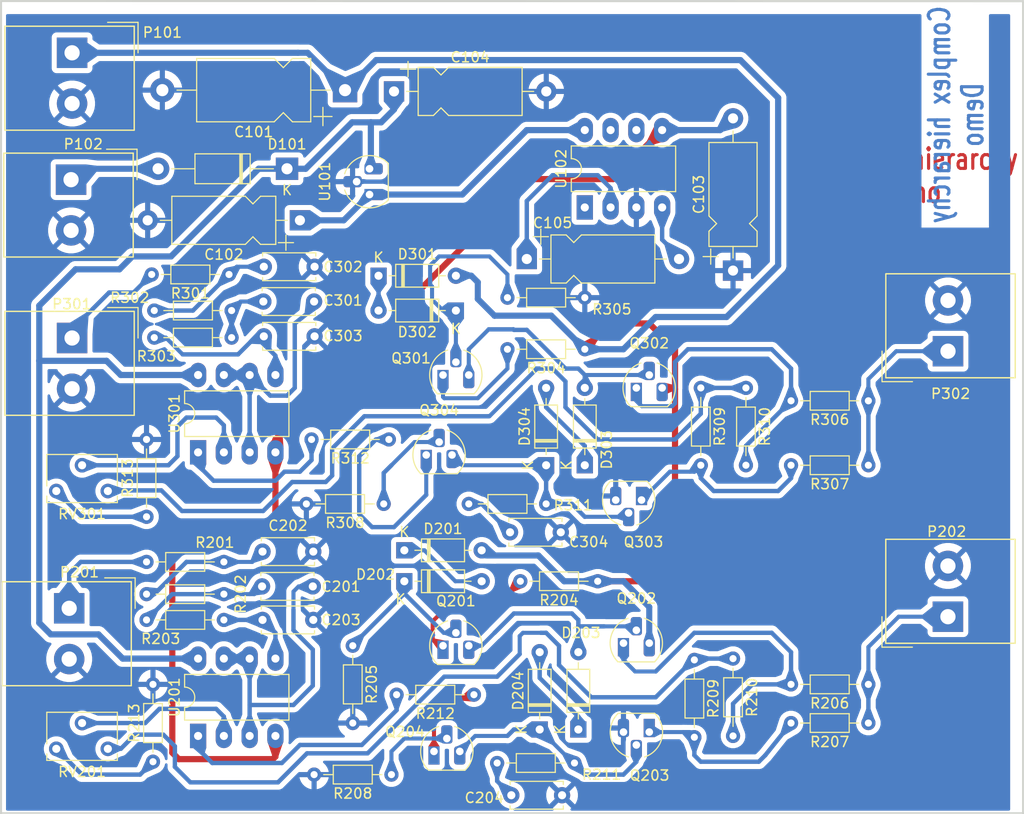
<source format=kicad_pcb>
(kicad_pcb (version 20241229) (generator "pcbnew") (generator_version "9.0")
  (title_block (title "Actionneur_piezo") (company "Kicad devs") (comment 1 "Demo"))
  (layers (0 "F.Cu" power "top_copper") (2 "B.Cu" signal "bottom_copper") (13 "F.Paste" user) (15 "B.Paste" user) (5 "F.SilkS" user "F.Silkscreen") (7 "B.SilkS" user "B.Silkscreen") (1 "F.Mask" user) (3 "B.Mask" user) (25 "Edge.Cuts" user))
  (net 0 "")
  (net 1 "-VAA")
  (net 2 "/12Vext")
  (net 3 "/ampli_ht_horizontal/PIEZO_IN")
  (net 4 "/ampli_ht_horizontal/PIEZO_OUT")
  (net 5 "/ampli_ht_horizontal/S_OUT+")
  (net 6 "/ampli_ht_horizontal/Vpil_0_3,3V")
  (net 7 "/ampli_ht_vertical/PIEZO_IN")
  (net 8 "/ampli_ht_vertical/PIEZO_OUT")
  (net 9 "/ampli_ht_vertical/S_OUT+")
  (net 10 "/ampli_ht_vertical/Vpil_0_3,3V")
  (net 11 "GND")
  (net 12 "HT")
  (net 13 "Net-(U102-CAP+)")
  (net 14 "Net-(U102-CAP-)")
  (net 15 "Net-(C201-Pad2)")
  (net 16 "Net-(C202-Pad1)")
  (net 17 "Net-(U201B-+)")
  (net 18 "Net-(C204-Pad1)")
  (net 19 "Net-(C301-Pad2)")
  (net 20 "Net-(C302-Pad1)")
  (net 21 "Net-(U301B-+)")
  (net 22 "Net-(C304-Pad1)")
  (net 23 "Net-(D201-K)")
  (net 24 "Net-(D202-K)")
  (net 25 "Net-(D203-K)")
  (net 26 "Net-(D203-A)")
  (net 27 "Net-(D204-K)")
  (net 28 "Net-(D301-K)")
  (net 29 "Net-(D302-K)")
  (net 30 "Net-(D303-A)")
  (net 31 "Net-(D303-K)")
  (net 32 "Net-(D304-K)")
  (net 33 "VCC")
  (net 34 "Net-(Q201-E)")
  (net 35 "Net-(Q202-E)")
  (net 36 "Net-(Q203-E)")
  (net 37 "Net-(Q204-E)")
  (net 38 "Net-(Q204-B)")
  (net 39 "Net-(Q301-E)")
  (net 40 "+12V")
  (net 41 "Net-(Q302-E)")
  (net 42 "Net-(Q303-E)")
  (net 43 "Net-(Q304-B)")
  (net 44 "Net-(Q304-E)")
  (net 45 "Net-(R212-Pad2)")
  (net 46 "Net-(R213-Pad1)")
  (net 47 "Net-(R312-Pad2)")
  (net 48 "Net-(R313-Pad1)")
  (net 49 "Net-(U201A--)")
  (net 50 "Net-(U301A--)")
  (footprint "complex_hierarchy:CP_Axial_L10.0mm_D4.5mm_P15.00mm_Horizontal" (layer "F.Cu") (at 126.619 60.706)
    (property "Reference" "C104")
    (property "Value" "47uF/20V")
  )
  (footprint "complex_hierarchy:CP_Axial_L11.0mm_D6.0mm_P18.00mm_Horizontal" (layer "F.Cu") (at 121.793 60.579 180)
    (property "Reference" "C101")
    (property "Value" "47uF/63V")
  )
  (footprint "complex_hierarchy:CP_Axial_L10.0mm_D4.5mm_P15.00mm_Horizontal" (layer "F.Cu") (at 139.7 77.216)
    (property "Reference" "C105")
    (property "Value" "10uF")
  )
  (footprint "complex_hierarchy:CP_Axial_L10.0mm_D4.5mm_P15.00mm_Horizontal" (layer "F.Cu") (at 160.02 78.359 90)
    (property "Reference" "C103")
    (property "Value" "10uF")
  )
  (footprint "complex_hierarchy:TO-92_HandSolder" (layer "F.Cu") (at 131.445 115.316)
    (property "Reference" "Q201")
    (property "Value" "MPSA92")
  )
  (footprint "complex_hierarchy:TO-92_HandSolder" (layer "F.Cu") (at 151.765 123.825 180)
    (property "Reference" "Q203")
    (property "Value" "MPSA92")
  )
  (footprint "complex_hierarchy:TO-92_HandSolder" (layer "F.Cu") (at 131.445 88.646)
    (property "Reference" "Q301")
    (property "Value" "MPSA92")
  )
  (footprint "complex_hierarchy:TO-92_HandSolder" (layer "F.Cu") (at 150.495 89.916)
    (property "Reference" "Q302")
    (property "Value" "MPSA42")
  )
  (footprint "complex_hierarchy:TO-92_HandSolder" (layer "F.Cu") (at 151.003 100.965 180)
    (property "Reference" "Q303")
    (property "Value" "MPSA92")
  )
  (footprint "complex_hierarchy:TO-92_HandSolder" (layer "F.Cu") (at 129.794 96.52)
    (property "Reference" "Q304")
    (property "Value" "MPSA42")
  )
  (footprint "complex_hierarchy:Potentiometer_Bourns_3266W_Vertical" (layer "F.Cu") (at 93.345 125.476 180)
    (property "Reference" "RV201")
    (property "Value" "4,7K")
  )
  (footprint "complex_hierarchy:Potentiometer_Bourns_3266W_Vertical" (layer "F.Cu") (at 93.345 100.076 180)
    (property "Reference" "RV301")
    (property "Value" "4,7K")
  )
  (footprint "complex_hierarchy:TO-92_HandSolder" (layer "F.Cu") (at 124.206 70.866 90)
    (property "Reference" "U101")
    (property "Value" "78L05")
  )
  (footprint "complex_hierarchy:R_Axial_DIN0204_L3.6mm_D1.6mm_P7.62mm_Horizontal" (layer "F.Cu") (at 126.111 94.996 180)
    (property "Reference" "R312")
    (property "Value" "1K")
  )
  (footprint "complex_hierarchy:R_Axial_DIN0204_L3.6mm_D1.6mm_P7.62mm_Horizontal" (layer "F.Cu") (at 109.855 110.236 180)
    (property "Reference" "R202")
    (property "Value" "22K")
  )
  (footprint "complex_hierarchy:R_Axial_DIN0204_L3.6mm_D1.6mm_P7.62mm_Horizontal" (layer "F.Cu") (at 125.603 101.346 180)
    (property "Reference" "R308")
    (property "Value" "1K")
  )
  (footprint "complex_hierarchy:R_Axial_DIN0204_L3.6mm_D1.6mm_P7.62mm_Horizontal" (layer "F.Cu") (at 110.617 82.296 180)
    (property "Reference" "R302")
    (property "Value" "22K")
  )
  (footprint "complex_hierarchy:R_Axial_DIN0204_L3.6mm_D1.6mm_P7.62mm_Horizontal" (layer "F.Cu") (at 173.355 91.186 180)
    (property "Reference" "R306")
    (property "Value" "47")
  )
  (footprint "complex_hierarchy:R_Axial_DIN0204_L3.6mm_D1.6mm_P7.62mm_Horizontal" (layer "F.Cu") (at 137.795 81.026)
    (property "Reference" "R305")
    (property "Value" "220K")
  )
  (footprint "complex_hierarchy:R_Axial_DIN0204_L3.6mm_D1.6mm_P7.62mm_Horizontal" (layer "F.Cu") (at 145.415 86.106 180)
    (property "Reference" "R304")
    (property "Value" "470")
  )
  (footprint "complex_hierarchy:R_Axial_DIN0204_L3.6mm_D1.6mm_P7.62mm_Horizontal" (layer "F.Cu") (at 156.21 116.713 -90)
    (property "Reference" "R209")
    (property "Value" "220K")
  )
  (footprint "complex_hierarchy:R_Axial_DIN0204_L3.6mm_D1.6mm_P7.62mm_Horizontal" (layer "F.Cu") (at 102.87 126.746 90)
    (property "Reference" "R213")
    (property "Value" "4,7K")
  )
  (footprint "complex_hierarchy:R_Axial_DIN0204_L3.6mm_D1.6mm_P7.62mm_Horizontal" (layer "F.Cu") (at 144.399 126.873 180)
    (property "Reference" "R211")
    (property "Value" "5,6K")
  )
  (footprint "complex_hierarchy:R_Axial_DIN0204_L3.6mm_D1.6mm_P7.62mm_Horizontal" (layer "F.Cu") (at 134.493 120.142 180)
    (property "Reference" "R212")
    (property "Value" "1K")
  )
  (footprint "complex_hierarchy:R_Axial_DIN0204_L3.6mm_D1.6mm_P7.62mm_Horizontal" (layer "F.Cu") (at 126.365 128.016 180)
    (property "Reference" "R208")
    (property "Value" "1K")
  )
  (footprint "complex_hierarchy:R_Axial_DIN0204_L3.6mm_D1.6mm_P7.62mm_Horizontal" (layer "F.Cu") (at 109.855 112.776 180)
    (property "Reference" "R203")
    (property "Value" "22K")
  )
  (footprint "complex_hierarchy:R_Axial_DIN0204_L3.6mm_D1.6mm_P7.62mm_Horizontal" (layer "F.Cu") (at 102.997 84.963)
    (property "Reference" "R303")
    (property "Value" "22K")
  )
  (footprint "complex_hierarchy:R_Axial_DIN0204_L3.6mm_D1.6mm_P7.62mm_Horizontal" (layer "F.Cu") (at 102.235 102.616 90)
    (property "Reference" "R313")
    (property "Value" "4,7K")
  )
  (footprint "complex_hierarchy:R_Axial_DIN0204_L3.6mm_D1.6mm_P7.62mm_Horizontal" (layer "F.Cu") (at 146.685 108.966 180)
    (property "Reference" "R204")
    (property "Value" "470")
  )
  (footprint "complex_hierarchy:R_Axial_DIN0204_L3.6mm_D1.6mm_P7.62mm_Horizontal" (layer "F.Cu") (at 122.555 115.316 -90)
    (property "Reference" "R205")
    (property "Value" "220K")
  )
  (footprint "complex_hierarchy:R_Axial_DIN0204_L3.6mm_D1.6mm_P7.62mm_Horizontal" (layer "F.Cu") (at 173.355 119.126 180)
    (property "Reference" "R206")
    (property "Value" "47")
  )
  (footprint "complex_hierarchy:R_Axial_DIN0204_L3.6mm_D1.6mm_P7.62mm_Horizontal" (layer "F.Cu") (at 161.29 89.916 -90)
    (property "Reference" "R310")
    (property "Value" "220K")
  )
  (footprint "complex_hierarchy:R_Axial_DIN0204_L3.6mm_D1.6mm_P7.62mm_Horizontal" (layer "F.Cu") (at 173.355 97.536 180)
    (property "Reference" "R307")
    (property "Value" "47")
  )
  (footprint "complex_hierarchy:R_Axial_DIN0204_L3.6mm_D1.6mm_P7.62mm_Horizontal" (layer "F.Cu") (at 160.02 116.586 -90)
    (property "Reference" "R210")
    (property "Value" "220K")
  )
  (footprint "complex_hierarchy:R_Axial_DIN0204_L3.6mm_D1.6mm_P7.62mm_Horizontal" (layer "F.Cu") (at 173.355 122.936 180)
    (property "Reference" "R207")
    (property "Value" "47")
  )
  (footprint "complex_hierarchy:R_Axial_DIN0204_L3.6mm_D1.6mm_P7.62mm_Horizontal" (layer "F.Cu") (at 110.363 78.74 180)
    (property "Reference" "R301")
    (property "Value" "1K")
  )
  (footprint "complex_hierarchy:R_Axial_DIN0204_L3.6mm_D1.6mm_P7.62mm_Horizontal" (layer "F.Cu") (at 109.855 107.061 180)
    (property "Reference" "R201")
    (property "Value" "1K")
  )
  (footprint "complex_hierarchy:R_Axial_DIN0204_L3.6mm_D1.6mm_P7.62mm_Horizontal" (layer "F.Cu") (at 156.845 89.916 -90)
    (property "Reference" "R309")
    (property "Value" "220K")
  )
  (footprint "complex_hierarchy:R_Axial_DIN0204_L3.6mm_D1.6mm_P7.62mm_Horizontal" (layer "F.Cu") (at 141.605 101.346 180)
    (property "Reference" "R311")
    (property "Value" "5,6K")
  )
  (footprint "complex_hierarchy:DIP-8_W7.62mm_LongPads" (layer "F.Cu") (at 107.315 96.266 90)
    (property "Reference" "U301")
    (property "Value" "LM358N")
  )
  (footprint "complex_hierarchy:DIP-8_W7.62mm_LongPads" (layer "F.Cu") (at 145.415 72.136 90)
    (property "Reference" "U102")
    (property "Value" "ICL7660")
  )
  (footprint "complex_hierarchy:DIP-8_W7.62mm_LongPads" (layer "F.Cu") (at 107.315 124.206 90)
    (property "Reference" "U201")
    (property "Value" "LM358N")
  )
  (footprint "complex_hierarchy:C_Disc_D5.0mm_W2.5mm_P5.00mm" (layer "F.Cu") (at 138.049 104.14)
    (property "Reference" "C304")
    (property "Value" "820pF")
  )
  (footprint "complex_hierarchy:C_Disc_D5.0mm_W2.5mm_P5.00mm" (layer "F.Cu") (at 113.792 84.836)
    (property "Reference" "C303")
    (property "Value" "4.7nF")
  )
  (footprint "complex_hierarchy:C_Disc_D5.0mm_W2.5mm_P5.00mm" (layer "F.Cu") (at 118.745 81.407 180)
    (property "Reference" "C301")
    (property "Value" "15nF")
  )
  (footprint "complex_hierarchy:C_Disc_D5.0mm_W2.5mm_P5.00mm" (layer "F.Cu") (at 138.176 130.048)
    (property "Reference" "C204")
    (property "Value" "820pF")
  )
  (footprint "complex_hierarchy:C_Disc_D5.0mm_W2.5mm_P5.00mm" (layer "F.Cu") (at 113.665 106.045)
    (property "Reference" "C202")
    (property "Value" "150nF")
  )
  (footprint "complex_hierarchy:C_Disc_D5.0mm_W2.5mm_P5.00mm" (layer "F.Cu") (at 113.792 77.978)
    (property "Reference" "C302")
    (property "Value" "150nF")
  )
  (footprint "complex_hierarchy:C_Disc_D5.0mm_W2.5mm_P5.00mm" (layer "F.Cu") (at 113.665 112.776)
    (property "Reference" "C203")
    (property "Value" "4.7nF")
  )
  (footprint "complex_hierarchy:C_Disc_D5.0mm_W2.5mm_P5.00mm" (layer "F.Cu") (at 118.618 109.474 180)
    (property "Reference" "C201")
    (property "Value" "15nF")
  )
  (footprint "complex_hierarchy:D_DO-41_SOD81_P12.70mm_Horizontal" (layer "F.Cu") (at 116.078 68.326 180)
    (property "Reference" "D101")
    (property "Value" "1N4007")
  )
  (footprint "complex_hierarchy:D_DO-35_SOD27_P7.62mm_Horizontal" (layer "F.Cu") (at 125.095 78.867)
    (property "Reference" "D301")
    (property "Value" "1N4148")
  )
  (footprint "complex_hierarchy:D_DO-35_SOD27_P7.62mm_Horizontal" (layer "F.Cu") (at 144.78 123.571 90)
    (property "Reference" "D203")
    (property "Value" "1N4148")
  )
  (footprint "complex_hierarchy:D_DO-35_SOD27_P7.62mm_Horizontal" (layer "F.Cu") (at 127.635 105.918)
    (property "Reference" "D201")
    (property "Value" "1N4148")
  )
  (footprint "complex_hierarchy:D_DO-35_SOD27_P7.62mm_Horizontal" (layer "F.Cu") (at 127.635 108.966)
    (property "Reference" "D202")
    (property "Value" "1N4148")
  )
  (footprint "complex_hierarchy:D_DO-35_SOD27_P7.62mm_Horizontal" (layer "F.Cu") (at 141.605 97.536 90)
    (property "Reference" "D304")
    (property "Value" "1N4148")
  )
  (footprint "complex_hierarchy:D_DO-35_SOD27_P7.62mm_Horizontal" (layer "F.Cu") (at 132.715 82.296 180)
    (property "Reference" "D302")
    (property "Value" "1N4148")
  )
  (footprint "complex_hierarchy:D_DO-35_SOD27_P7.62mm_Horizontal" (layer "F.Cu") (at 140.97 123.571 90)
    (property "Reference" "D204")
    (property "Value" "1N4148")
  )
  (footprint "complex_hierarchy:D_DO-35_SOD27_P7.62mm_Horizontal" (layer "F.Cu") (at 145.415 97.536 90)
    (property "Reference" "D303")
    (property "Value" "1N4148")
  )
  (footprint "complex_hierarchy:Altech_AK300_1x02_P5.00mm_45-Degree" (layer "F.Cu") (at 94.9 56.9 -90)
    (property "Reference" "P101")
    (property "Value" "CONN_2")
  )
  (footprint "complex_hierarchy:Altech_AK300_1x02_P5.00mm_45-Degree" (layer "F.Cu") (at 94.8 69.4 -90)
    (property "Reference" "P102")
    (property "Value" "CONN_2")
  )
  (footprint "complex_hierarchy:Altech_AK300_1x02_P5.00mm_45-Degree" (layer "F.Cu") (at 94.615 111.633 -90)
    (property "Reference" "P201")
    (property "Value" "CONN_2")
  )
  (footprint "complex_hierarchy:Altech_AK300_1x02_P5.00mm_45-Degree" (layer "F.Cu") (at 181.1925 112.4575 90)
    (property "Reference" "P202")
    (property "Value" "CONN_2")
  )
  (footprint "complex_hierarchy:Altech_AK300_1x02_P5.00mm_45-Degree" (layer "F.Cu") (at 94.9 85 -90)
    (property "Reference" "P301")
    (property "Value" "CONN_2")
  )
  (footprint "complex_hierarchy:Altech_AK300_1x02_P5.00mm_45-Degree" (layer "F.Cu") (at 181.2 86.3 90)
    (property "Reference" "P302")
    (property "Value" "CONN_2")
  )
  (footprint "complex_hierarchy:TO-92_HandSolder" (layer "F.Cu") (at 149.225 115.062)
    (property "Reference" "Q202")
    (property "Value" "MPSA42")
  )
  (footprint "complex_hierarchy:TO-92_HandSolder" (layer "F.Cu") (at 130.556 125.73)
    (property "Reference" "Q204")
    (property "Value" "MPSA42")
  )
  (footprint "complex_hierarchy:CP_Axial_L10.0mm_D4.5mm_P15.00mm_Horizontal" (layer "F.Cu") (at 117.348 73.406 180)
    (property "Reference" "C102")
    (property "Value" "47uF")
  )
  (gr_line (start 87.9 131.826) (end 87.9 51.8) (stroke (width 0.2032)) (layer "Edge.Cuts"))
  (gr_line (start 188.595 131.826) (end 87.9 131.826) (stroke (width 0.2032)) (layer "Edge.Cuts"))
  (gr_line (start 87.9 51.8) (end 188.595 51.816) (stroke (width 0.2032)) (layer "Edge.Cuts"))
  (gr_line (start 188.595 51.816) (end 188.595 131.826) (stroke (width 0.2032)) (layer "Edge.Cuts"))
  (gr_text "Complex hierarchy\nDemo" (at 177.4 69 0) (layer "F.Cu") (effects (font (size 2.032 1.524) (thickness 0.3048))))
  (gr_text "Complex hierarchy\nDemo" (at 182 63 90) (layer "B.Cu") (effects (font (size 2.032 1.524) (thickness 0.3048)) (justify mirror)))
  (segment (start 107.061 104.521) (end 104.775 106.807) (width 0.6096) (layer "F.Cu") (net 1))
  (segment (start 105.41 126.492) (end 114.681 126.492) (width 0.6096) (layer "F.Cu") (net 1))
  (segment (start 104.775 106.807) (end 104.775 125.857) (width 0.6096) (layer "F.Cu") (net 1))
  (segment (start 128.905 86.614) (end 128.905 80.518) (width 0.6096) (layer "F.Cu") (net 1))
  (segment (start 140.081 69.342) (end 148.209 69.342) (width 0.6096) (layer "F.Cu") (net 1))
  (segment (start 148.209 69.342) (end 153.035 64.516) (width 0.6096) (layer "F.Cu") (net 1))
  (segment (start 128.905 80.518) (end 140.081 69.342) (width 0.6096) (layer "F.Cu") (net 1))
  (segment (start 114.935 102.108) (end 114.935 102.362) (width 0.6096) (layer "F.Cu") (net 1))
  (segment (start 114.935 96.266) (end 114.935 94.996) (width 0.6096) (layer "F.Cu") (net 1))
  (segment (start 114.935 94.996) (end 121.031 88.9) (width 0.6096) (layer "F.Cu") (net 1))
  (segment (start 114.935 126.238) (end 114.935 124.206) (width 0.6096) (layer "F.Cu") (net 1))
  (segment (start 114.935 102.362) (end 112.776 104.521) (width 0.6096) (layer "F.Cu") (net 1))
  (segment (start 105.41 126.492) (end 104.775 125.857) (width 0.6096) (layer "F.Cu") (net 1))
  (segment (start 121.031 88.9) (end 126.619 88.9) (width 0.6) (layer "F.Cu") (net 1))
  (segment (start 112.776 104.521) (end 107.061 104.521) (width 0.6096) (layer "F.Cu") (net 1))
  (segment (start 114.681 126.492) (end 114.935 126.238) (width 0.6096) (layer "F.Cu") (net 1))
  (segment (start 126.619 88.9) (end 128.905 86.614) (width 0.6096) (layer "F.Cu") (net 1))
  (segment (start 114.935 96.266) (end 114.935 102.108) (width 0.6096) (layer "F.Cu") (net 1))
  (segment (start 153.035 64.516) (end 158.75 64.516) (width 0.6096) (layer "B.Cu") (net 1))
  (segment (start 158.75 64.516) (end 160.02 63.246) (width 0.6096) (layer "B.Cu") (net 1))
  (segment (start 103.378 68.326) (end 95.874 68.326) (width 0.6) (layer "B.Cu") (net 2))
  (segment (start 95.874 68.326) (end 94.8 69.4) (width 0.6) (layer "B.Cu") (net 2))
  (segment (start 98.552 80.518) (end 100.965 80.518) (width 0.4318) (layer "B.Cu") (net 3))
  (segment (start 95.885 83.185) (end 98.552 80.518) (width 0.4318) (layer "B.Cu") (net 3))
  (segment (start 95.885 84.836) (end 95.885 83.185) (width 0.4318) (layer "B.Cu") (net 3))
  (segment (start 100.965 80.518) (end 102.743 78.74) (width 0.4318) (layer "B.Cu") (net 3))
  (segment (start 173.355 89.045) (end 173.355 91.186) (width 0.4) (layer "B.Cu") (net 4))
  (segment (start 173.355 97.536) (end 173.355 91.186) (width 0.4318) (layer "B.Cu") (net 4))
  (segment (start 176.1 86.3) (end 173.355 89.045) (width 0.4) (layer "B.Cu") (net 4))
  (segment (start 181.2 86.3) (end 176.1 86.3) (width 0.4) (layer "B.Cu") (net 4))
  (segment (start 116.586 99.187) (end 119.888 99.187) (width 0.4318) (layer "B.Cu") (net 5))
  (segment (start 156.845 89.916) (end 156.845 92.456) (width 0.4318) (layer "B.Cu") (net 5))
  (segment (start 143.51 91.821) (end 146.685 94.996) (width 0.4318) (layer "B.Cu") (net 5))
  (segment (start 140.589 88.011) (end 142.24 88.011) (width 0.4318) (layer "B.Cu") (net 5))
  (segment (start 98.48596 100.01504) (end 103.69804 100.01504) (width 0.4318) (layer "B.Cu") (net 5))
  (segment (start 113.7285 102.0445) (end 116.586 99.187) (width 0.4318) (layer "B.Cu") (net 5))
  (segment (start 123.698 92.71) (end 120.523 95.885) (width 0.4318) (layer "B.Cu") (net 5))
  (segment (start 105.7275 102.0445) (end 113.7285 102.0445) (width 0.4318) (layer "B.Cu") (net 5))
  (segment (start 142.24 88.011) (end 143.51 89.281) (width 0.4318) (layer "B.Cu") (net 5))
  (segment (start 135.89 92.71) (end 123.698 92.71) (width 0.4318) (layer "B.Cu") (net 5))
  (segment (start 154.305 94.996) (end 146.685 94.996) (width 0.4318) (layer "B.Cu") (net 5))
  (segment (start 143.51 89.281) (end 143.51 91.821) (width 0.4318) (layer "B.Cu") (net 5))
  (segment (start 135.89 92.71) (end 136.017 92.71) (width 0.4) (layer "B.Cu") (net 5))
  (segment (start 120.523 95.885) (end 120.523 98.552) (width 0.4318) (layer "B.Cu") (net 5))
  (segment (start 119.888 99.187) (end 120.523 98.552) (width 0.4318) (layer "B.Cu") (net 5))
  (segment (start 105.7275 102.0445) (end 103.69804 100.01504) (width 0.4318) (layer "B.Cu") (net 5))
  (segment (start 140.589 88.138) (end 140.589 88.011) (width 0.4) (layer "B.Cu") (net 5))
  (segment (start 98.425 100.076) (end 98.48596 100.01504) (width 0.4318) (layer "B.Cu") (net 5))
  (segment (start 156.845 89.916) (end 161.29 89.916) (width 0.4318) (layer "B.Cu") (net 5))
  (segment (start 156.845 92.456) (end 154.305 94.996) (width 0.4318) (layer "B.Cu") (net 5))
  (segment (start 136.017 92.71) (end 140.589 88.138) (width 0.4) (layer "B.Cu") (net 5))
  (segment (start 109.855 88.646) (end 112.395 88.646) (width 0.4318) (layer "B.Cu") (net 6))
  (segment (start 114.427 90.678) (end 112.395 88.646) (width 0.4318) (layer "B.Cu") (net 6))
  (segment (start 118.745 82.042) (end 116.84 83.566) (width 0.4318) (layer "B.Cu") (net 6))
  (segment (start 116.078 90.678) (end 114.427 90.678) (width 0.4318) (layer "B.Cu") (net 6))
  (segment (start 116.84 83.566) (end 116.84 89.916) (width 0.4318) (layer "B.Cu") (net 6))
  (segment (start 112.395 88.646) (end 112.395 96.266) (width 0.4318) (layer "B.Cu") (net 6))
  (segment (start 116.84 89.916) (end 116.078 90.678) (width 0.4318) (layer "B.Cu") (net 6))
  (segment (start 118.745 81.407) (end 118.745 82.042) (width 0.4318) (layer "B.Cu") (net 6))
  (segment (start 94.615 108.204) (end 95.758 107.061) (width 0.4318) (layer "B.Cu") (net 7))
  (segment (start 94.615 111.506) (end 94.615 108.204) (width 0.4318) (layer "B.Cu") (net 7))
  (segment (start 95.758 107.061) (end 102.235 107.061) (width 0.4318) (layer "B.Cu") (net 7))
  (segment (start 173.355 122.936) (end 173.355 119.126) (width 0.4318) (layer "B.Cu") (net 8))
  (segment (start 173.355 115.445) (end 173.355 119.126) (width 0.4) (layer "B.Cu") (net 8))
  (segment (start 181.1925 112.4575) (end 176.3425 112.4575) (width 0.4) (layer "B.Cu") (net 8))
  (segment (start 176.3425 112.4575) (end 173.355 115.445) (width 0.4) (layer "B.Cu") (net 8))
  (segment (start 146.05 120.396) (end 152.4 120.396) (width 0.4318) (layer "B.Cu") (net 9))
  (segment (start 139.319 114.046) (end 139.0015 114.3635) (width 0.4) (layer "B.Cu") (net 9))
  (segment (start 142.875 115.316) (end 142.875 117.221) (width 0.4318) (layer "B.Cu") (net 9))
  (segment (start 152.4 120.396) (end 156.21 116.586) (width 0.4318) (layer "B.Cu") (net 9))
  (segment (start 105.029 127.254) (end 106.553 128.778) (width 0.4318) (layer "B.Cu") (net 9))
  (segment (start 141.097 114.046) (end 141.605 114.046) (width 0.4318) (layer "B.Cu") (net 9))
  (segment (start 98.425 125.476) (end 99.695 125.476) (width 0.4318) (layer "B.Cu") (net 9))
  (segment (start 156.21 116.586) (end 160.02 116.586) (width 0.4318) (layer "B.Cu") (net 9))
  (segment (start 118.0465 125.9205) (end 124.0155 125.9205) (width 0.4318) (layer "B.Cu") (net 9))
  (segment (start 141.605 114.046) (end 142.875 115.316) (width 0.4318) (layer "B.Cu") (net 9))
  (segment (start 142.875 117.221) (end 146.05 120.396) (width 0.4318) (layer "B.Cu") (net 9))
  (segment (start 101.092 124.079) (end 103.886 124.079) (width 0.4318) (layer "B.Cu") (net 9))
  (segment (start 141.097 114.046) (end 139.319 114.046) (width 0.4) (layer "B.Cu") (net 9))
  (segment (start 124.0155 125.9205) (end 131.572 118.364) (width 0.4318) (layer "B.Cu") (net 9))
  (segment (start 139.0015 114.3635) (end 139.0015 116.1415) (width 0.4) (layer "B.Cu") (net 9))
  (segment (start 136.779 118.364) (end 139.0015 116.1415) (width 0.4318) (layer "B.Cu") (net 9))
  (segment (start 99.695 125.476) (end 101.092 124.079) (width 0.4318) (layer "B.Cu") (net 9))
  (segment (start 105.029 125.222) (end 105.029 127.254) (width 0.4318) (layer "B.Cu") (net 9))
  (segment (start 115.189 128.778) (end 118.0465 125.9205) (width 0.4318) (layer "B.Cu") (net 9))
  (segment (start 131.572 118.364) (end 136.779 118.364) (width 0.4318) (layer "B.Cu") (net 9))
  (segment (start 103.886 124.079) (end 105.029 125.222) (width 0.4318) (layer "B.Cu") (net 9))
  (segment (start 106.553 128.778) (end 115.189 128.778) (width 0.4318) (layer "B.Cu") (net 9))
  (segment (start 116.713 111.76) (end 116.713 113.792) (width 0.4318) (layer "B.Cu") (net 10))
  (segment (start 116.713 109.982) (end 117.221 109.474) (width 0.4) (layer "B.Cu") (net 10))
  (segment (start 117.221 109.474) (end 118.618 109.474) (width 0.4) (layer "B.Cu") (net 10))
  (segment (start 112.395 116.586) (end 109.855 116.586) (width 0.4318) (layer "B.Cu") (net 10))
  (segment (start 118.618 119.253) (end 116.713 121.158) (width 0.4318) (layer "B.Cu") (net 10))
  (segment (start 116.713 113.792) (end 118.618 115.697) (width 0.4318) (layer "B.Cu") (net 10))
  (segment (start 112.395 121.158) (end 112.395 116.586) (width 0.4318) (layer "B.Cu") (net 10))
  (segment (start 116.713 121.158) (end 112.395 121.158) (width 0.4318) (layer "B.Cu") (net 10))
  (segment (start 116.713 111.76) (end 116.713 109.982) (width 0.4) (layer "B.Cu") (net 10))
  (segment (start 112.395 124.206) (end 112.395 121.158) (width 0.4318) (layer "B.Cu") (net 10))
  (segment (start 118.618 115.697) (end 118.618 119.253) (width 0.4318) (layer "B.Cu") (net 10))
  (segment (start 154.305 106.426) (end 151.765 108.966) (width 0.6096) (layer "F.Cu") (net 12))
  (segment (start 145.415 86.106) (end 147.955 83.566) (width 0.6096) (layer "F.Cu") (net 12))
  (segment (start 154.178 89.916) (end 154.305 90.043) (width 0.6) (layer "F.Cu") (net 12))
  (segment (start 154.305 86.106) (end 154.305 90.043) (width 0.6096) (layer "F.Cu") (net 12))
  (segment (start 151.765 83.566) (end 154.305 86.106) (width 0.6096) (layer "F.Cu") (net 12))
  (segment (start 147.955 83.566) (end 151.765 83.566) (width 0.6096) (layer "F.Cu") (net 12))
  (segment (start 151.765 108.966) (end 146.685 108.966) (width 0.6096) (layer "F.Cu") (net 12))
  (segment (start 153.035 89.916) (end 154.178 89.916) (width 0.6) (layer "F.Cu") (net 12))
  (segment (start 154.305 90.043) (end 154.305 106.426) (width 0.6096) (layer "F.Cu") (net 12))
  (segment (start 135.763 106.426) (end 135.255 105.918) (width 0.6) (layer "B.Cu") (net 12))
  (segment (start 136.525 82.80146) (end 142.11046 82.80146) (width 0.6096) (layer "B.Cu") (net 12))
  (segment (start 136.52246 82.80146) (end 134.874 81.153) (width 0.6) (layer "B.Cu") (net 12))
  (segment (start 134.874 81.153) (end 134.874 79.502) (width 0.6) (layer "B.Cu") (net 12))
  (segment (start 134.874 79.502) (end 134.239 78.867) (width 0.6) (layer "B.Cu") (net 12))
  (segment (start 134.239 78.867) (end 132.715 78.867) (width 0.6) (layer "B.Cu") (net 12))
  (segment (start 121.89206 60.579) (end 124.8537 57.61736) (width 0.6) (layer "B.Cu") (net 12))
  (segment (start 142.11046 82.80146) (end 145.415 86.106) (width 0.6096) (layer "B.Cu") (net 12))
  (segment (start 143.383 108.966) (end 146.685 108.966) (width 0.6096) (layer "B.Cu") (net 12))
  (segment (start 117.15858 56.9) (end 118.114 56.9) (width 0.6) (layer "B.Cu") (net 12))
  (segment (start 151.765 111.506) (end 149.225 108.966) (width 0.6) (layer "B.Cu") (net 12))
  (segment (start 140.843 106.426) (end 143.383 108.966) (width 0.6096) (layer "B.Cu") (net 12))
  (segment (start 124.8537 57.61736) (end 160.74136 57.61736) (width 0.6096) (layer "B.Cu") (net 12))
  (segment (start 160.74136 57.61736) (end 164.465 61.341) (width 0.6096) (layer "B.Cu") (net 12))
  (segment (start 149.225 108.966) (end 146.685 108.966) (width 0.6) (layer "B.Cu") (net 12))
  (segment (start 152.4 82.931) (end 149.225 86.106) (width 0.6096) (layer "B.Cu") (net 12))
  (segment (start 159.385 82.931) (end 152.4 82.931) (width 0.6096) (layer "B.Cu") (net 12))
  (segment (start 164.465 77.851) (end 159.385 82.931) (width 0.6096) (layer "B.Cu") (net 12))
  (segment (start 140.716 106.426) (end 135.763 106.426) (width 0.6) (layer "B.Cu") (net 12))
  (segment (start 140.716 106.426) (end 140.843 106.426) (width 0.6096) (layer "B.Cu") (net 12))
  (segment (start 164.465 61.341) (end 164.465 77.851) (width 0.6096) (layer "B.Cu") (net 12))
  (segment (start 149.225 86.106) (end 145.415 86.106) (width 0.6096) (layer "B.Cu") (net 12))
  (segment (start 117.15858 56.9) (end 94.9 56.9) (width 0.6096) (layer "B.Cu") (net 12))
  (segment (start 121.793 60.579) (end 121.89206 60.579) (width 0.6) (layer "B.Cu") (net 12))
  (segment (start 151.765 115.062) (end 151.765 111.506) (width 0.6) (layer "B.Cu") (net 12))
  (segment (start 136.525 82.80146) (end 136.52246 82.80146) (width 0.6) (layer "B.Cu") (net 12))
  (segment (start 118.114 56.9) (end 121.793 60.579) (width 0.6) (layer "B.Cu") (net 12))
  (segment (start 147.955 70.231) (end 147.955 72.136) (width 0.4318) (layer "B.Cu") (net 13))
  (segment (start 139.7 71.501) (end 142.24 68.961) (width 0.4318) (layer "B.Cu") (net 13))
  (segment (start 139.7 77.216) (end 139.7 71.501) (width 0.4318) (layer "B.Cu") (net 13))
  (segment (start 142.24 68.961) (end 146.685 68.961) (width 0.4318) (layer "B.Cu") (net 13))
  (segment (start 146.685 68.961) (end 147.955 70.231) (width 0.4318) (layer "B.Cu") (net 13))
  (segment (start 153.035 72.136) (end 153.035 75.311) (width 0.4318) (layer "B.Cu") (net 14))
  (segment (start 153.035 75.311) (end 154.94 77.216) (width 0.4318) (layer "B.Cu") (net 14))
  (segment (start 112.856 110.236) (end 113.618 109.474) (width 0.4) (layer "B.Cu") (net 15))
  (segment (start 102.235 112.776) (end 104.775 110.236) (width 0.4318) (layer "B.Cu") (net 15))
  (segment (start 104.775 110.236) (end 109.855 110.236) (width 0.4318) (layer "B.Cu") (net 15))
  (segment (start 109.855 110.236) (end 112.856 110.236) (width 0.4) (layer "B.Cu") (net 15))
  (segment (start 112.649 107.061) (end 113.665 106.045) (width 0.4) (layer "B.Cu") (net 16))
  (segment (start 106.172 107.061) (end 109.855 107.061) (width 0.4318) (layer "B.Cu") (net 16))
  (segment (start 109.855 107.061) (end 112.649 107.061) (width 0.4) (layer "B.Cu") (net 16))
  (segment (start 102.235 110.236) (end 102.997 110.236) (width 0.4318) (layer "B.Cu") (net 16))
  (segment (start 102.997 110.236) (end 106.172 107.061) (width 0.4318) (layer "B.Cu") (net 16))
  (segment (start 109.855 112.776) (end 113.665 112.776) (width 0.4318) (layer "B.Cu") (net 17))
  (segment (start 113.665 112.776) (end 114.935 114.046) (width 0.4318) (layer "B.Cu") (net 17))
  (segment (start 114.935 114.046) (end 114.935 116.586) (width 0.4318) (layer "B.Cu") (net 17))
  (segment (start 136.779 128.651) (end 138.176 130.048) (width 0.4318) (layer "B.Cu") (net 18))
  (segment (start 136.779 126.873) (end 136.779 128.651) (width 0.4318) (layer "B.Cu") (net 18))
  (segment (start 111.506 81.407) (end 110.617 82.296) (width 0.4) (layer "B.Cu") (net 19))
  (segment (start 113.745 81.407) (end 111.506 81.407) (width 0.4) (layer "B.Cu") (net 19))
  (segment (start 110.617 84.963) (end 110.617 82.296) (width 0.4318) (layer "B.Cu") (net 19))
  (segment (start 111.125 77.978) (end 110.363 78.74) (width 0.4) (layer "B.Cu") (net 20))
  (segment (start 106.807 82.296) (end 110.363 78.74) (width 0.4318) (layer "B.Cu") (net 20))
  (segment (start 113.792 77.978) (end 111.125 77.978) (width 0.4) (layer "B.Cu") (net 20))
  (segment (start 102.997 82.296) (end 106.807 82.296) (width 0.4318) (layer "B.Cu") (net 20))
  (segment (start 104.14 84.963) (end 105.791 86.614) (width 0.4) (layer "B.Cu") (net 21))
  (segment (start 114.935 86.741) (end 114.935 88.646) (width 0.4318) (layer "B.Cu") (net 21))
  (segment (start 102.997 84.963) (end 104.14 84.963) (width 0.4) (layer "B.Cu") (net 21))
  (segment (start 111.252 86.614) (end 105.791 86.614) (width 0.4318) (layer "B.Cu") (net 21))
  (segment (start 113.665 84.836) (end 113.03 84.836) (width 0.4318) (layer "B.Cu") (net 21))
  (segment (start 113.665 84.836) (end 113.665 85.471) (width 0.4318) (layer "B.Cu") (net 21))
  (segment (start 113.665 85.471) (end 114.935 86.741) (width 0.4318) (layer "B.Cu") (net 21))
  (segment (start 113.03 84.836) (end 111.252 86.614) (width 0.4318) (layer "B.Cu") (net 21))
  (segment (start 135.255 101.346) (end 138.049 104.14) (width 0.4318) (layer "B.Cu") (net 22))
  (segment (start 133.985 101.346) (end 135.255 101.346) (width 0.4318) (layer "B.Cu") (net 22))
  (segment (start 127.635 105.918) (end 129.618 105.918) (width 0.4) (layer "B.Cu") (net 23))
  (segment (start 129.618 105.918) (end 132.666 108.966) (width 0.4) (layer "B.Cu") (net 23))
  (segment (start 132.666 108.966) (end 135.255 108.966) (width 0.4) (layer "B.Cu") (net 23))
  (segment (start 122.555 115.316) (end 122.555 115.24742) (width 0.4318) (layer "B.Cu") (net 24))
  (segment (start 132.715 114.046) (end 131.51358 114.046) (width 0.4) (layer "B.Cu") (net 24))
  (segment (start 122.555 115.24742) (end 127.635 110.16742) (width 0.4318) (layer "B.Cu") (net 24))
  (segment (start 127.635 108.966) (end 127.635 110.16742) (width 0.4318) (layer "B.Cu") (net 24))
  (segment (start 131.51358 114.046) (end 130.175 112.70742) (width 0.4) (layer "B.Cu") (net 24))
  (segment (start 127.635 110.16742) (end 130.175 112.70742) (width 0.4318) (layer "B.Cu") (net 24))
  (segment (start 140.97 118.491) (end 144.78 122.301) (width 0.4318) (layer "B.Cu") (net 25))
  (segment (start 144.78 122.301) (end 144.78 123.571) (width 0.4318) (layer "B.Cu") (net 25))
  (segment (start 140.97 115.951) (end 140.97 118.491) (width 0.4318) (layer "B.Cu") (net 25))
  (segment (start 144.78 112.776) (end 144.145 112.141) (width 0.4318) (layer "B.Cu") (net 26))
  (segment (start 144.145 112.141) (end 138.43 112.141) (width 0.4318) (layer "B.Cu") (net 26))
  (segment (start 147.32 113.411) (end 150.114 113.411) (width 0.4) (layer "B.Cu") (net 26))
  (segment (start 133.985 115.316) (end 135.255 115.316) (width 0.4) (layer "B.Cu") (net 26))
  (segment (start 150.114 113.411) (end 150.495 113.792) (width 0.4) (layer "B.Cu") (net 26))
  (segment (start 135.255 115.316) (end 136.525 114.046) (width 0.4) (layer "B.Cu") (net 26))
  (segment (start 138.43 112.141) (end 136.525 114.046) (width 0.4318) (layer "B.Cu") (net 26))
  (segment (start 144.78 113.411) (end 144.78 112.776) (width 0.4318) (layer "B.Cu") (net 26))
  (segment (start 147.32 113.411) (end 144.78 113.411) (width 0.4318) (layer "B.Cu") (net 26))
  (segment (start 144.78 115.951) (end 144.78 113.411) (width 0.4318) (layer "B.Cu") (net 26))
  (segment (start 144.399 127) (end 145.415 128.016) (width 0.4) (layer "B.Cu") (net 27))
  (segment (start 144.272 126.873) (end 140.97 123.571) (width 0.4) (layer "B.Cu") (net 27))
  (segment (start 149.225 128.016) (end 150.495 126.746) (width 0.4318) (layer "B.Cu") (net 27))
  (segment (start 144.399 126.873) (end 144.272 126.873) (width 0.4) (layer "B.Cu") (net 27))
  (segment (start 144.399 126.873) (end 144.399 127) (width 0.4) (layer "B.Cu") (net 27))
  (segment (start 134.62 124.206) (end 133.096 125.73) (width 0.4) (layer "B.Cu") (net 27))
  (segment (start 138.43 123.571) (end 140.97 123.571) (width 0.4318) (layer "B.Cu") (net 27))
  (segment (start 137.795 124.206) (end 138.43 123.571) (width 0.4318) (layer "B.Cu") (net 27))
  (segment (start 137.795 124.206) (end 134.62 124.206) (width 0.4) (layer "B.Cu") (net 27))
  (segment (start 145.415 128.016) (end 149.225 128.016) (width 0.4318) (layer "B.Cu") (net 27))
  (segment (start 150.495 126.746) (end 150.495 125.476) (width 0.4318) (layer "B.Cu") (net 27))
  (segment (start 125.095 78.867) (end 125.095 82.296) (width 0.4318) (layer "B.Cu") (net 28))
  (segment (start 130.175 77.851) (end 131.064 76.962) (width 0.4) (layer "B.Cu") (net 29))
  (segment (start 131.064 76.962) (end 136.017 76.962) (width 0.4) (layer "B.Cu") (net 29))
  (segment (start 136.017 76.962) (end 137.795 78.74) (width 0.4) (layer "B.Cu") (net 29))
  (segment (start 137.795 78.74) (end 137.795 79.756) (width 0.4) (layer "B.Cu") (net 29))
  (segment (start 130.3655 81.2165) (end 131.445 82.296) (width 0.4) (layer "B.Cu") (net 29))
  (segment (start 131.445 82.296) (end 132.715 82.296) (width 0.4) (layer "B.Cu") (net 29))
  (segment (start 137.795 81.026) (end 137.795 79.756) (width 0.4318) (layer "B.Cu") (net 29))
  (segment (start 130.175 79.756) (end 130.3655 79.9465) (width 0.4318) (layer "B.Cu") (net 29))
  (segment (start 132.715 82.296) (end 132.715 87.376) (width 0.4) (layer "B.Cu") (net 29))
  (segment (start 130.3655 79.9465) (end 130.3655 81.2165) (width 0.4) (layer "B.Cu") (net 29))
  (segment (start 130.175 79.121) (end 130.175 79.756) (width 0.4318) (layer "B.Cu") (net 29))
  (segment (start 130.175 79.121) (end 130.175 77.851) (width 0.4) (layer "B.Cu") (net 29))
  (segment (start 133.985 88.646) (end 133.985 86.106) (width 0.4) (layer "B.Cu") (net 30))
  (segment (start 144.78 88.011) (end 143.51 88.011) (width 0.4318) (layer "B.Cu") (net 30))
  (segment (start 143.51 88.011) (end 139.7 84.201) (width 0.4318) (layer "B.Cu") (net 30))
  (segment (start 133.985 86.106) (end 135.94334 84.14766) (width 0.4) (layer "B.Cu") (net 30))
  (segment (start 138.43 84.201) (end 138.37666 84.14766) (width 0.4318) (layer "B.Cu") (net 30))
  (segment (start 145.415 88.646) (end 151.765 88.646) (width 0.4) (layer "B.Cu") (net 30))
  (segment (start 145.415 88.646) (end 144.78 88.011) (width 0.4318) (layer "B.Cu") (net 30))
  (segment (start 138.37666 84.14766) (end 135.94334 84.14766) (width 0.4318) (layer "B.Cu") (net 30))
  (segment (start 145.415 89.916) (end 145.415 88.646) (width 0.4318) (layer "B.Cu") (net 30))
  (segment (start 139.7 84.201) (end 138.43 84.201) (width 0.4318) (layer "B.Cu") (net 30))
  (segment (start 141.605 91.821) (end 145.415 95.631) (width 0.4318) (layer "B.Cu") (net 31))
  (segment (start 141.605 89.916) (end 141.605 91.821) (width 0.4318) (layer "B.Cu") (net 31))
  (segment (start 145.415 95.631) (end 145.415 97.536) (width 0.4318) (layer "B.Cu") (net 31))
  (segment (start 133.35 97.536) (end 132.334 96.52) (width 0.4) (layer "B.Cu") (net 32))
  (segment (start 149.352 102.616) (end 149.733 102.235) (width 0.4) (layer "B.Cu") (net 32))
  (segment (start 145.415 102.616) (end 144.145 101.346) (width 0.4318) (layer "B.Cu") (net 32))
  (segment (start 141.605 97.536) (end 133.35 97.536) (width 0.4) (layer "B.Cu") (net 32))
  (segment (start 144.145 101.346) (end 141.605 101.346) (width 0.4318) (layer "B.Cu") (net 32))
  (segment (start 145.415 102.616) (end 149.352 102.616) (width 0.4) (layer "B.Cu") (net 32))
  (segment (start 141.605 97.536) (end 141.605 101.346) (width 0.4318) (layer "B.Cu") (net 32))
  (segment (start 133.35 70.866) (end 139.7 64.516) (width 0.6096) (layer "B.Cu") (net 33))
  (segment (start 124.206 70.866) (end 133.35 70.866) (width 0.6) (layer "B.Cu") (net 33))
  (segment (start 121.666 73.406) (end 124.206 70.866) (width 0.6) (layer "B.Cu") (net 33))
  (segment (start 139.7 64.516) (end 145.415 64.516) (width 0.6096) (layer "B.Cu") (net 33))
  (segment (start 117.348 73.406) (end 121.666 73.406) (width 0.6) (layer "B.Cu") (net 33))
  (segment (start 131.826 111.506) (end 136.525 111.506) (width 0.4) (layer "F.Cu") (net 34))
  (segment (start 131.445 115.316) (end 131.064 115.316) (width 0.4) (layer "F.Cu") (net 34))
  (segment (start 131.064 115.316) (end 130.429 114.681) (width 0.4) (layer "F.Cu") (net 34))
  (segment (start 136.525 111.506) (end 139.065 108.966) (width 0.4) (layer "F.Cu") (net 34))
  (segment (start 130.429 112.903) (end 131.826 111.506) (width 0.4) (layer "F.Cu") (net 34))
  (segment (start 130.429 114.681) (end 130.429 112.903) (width 0.4) (layer "F.Cu") (net 34))
  (segment (start 160.02 121.031) (end 161.925 119.126) (width 0.4318) (layer "B.Cu") (net 35))
  (segment (start 165.735 119.126) (end 165.735 115.951) (width 0.4318) (layer "B.Cu") (net 35))
  (segment (start 161.925 119.126) (end 165.735 119.126) (width 0.4318) (layer "B.Cu") (net 35))
  (segment (start 149.225 116.713) (end 150.368 117.856) (width 0.4) (layer "B.Cu") (net 35))
  (segment (start 156.21 114.046) (end 163.83 114.046) (width 0.4318) (layer "B.Cu") (net 35))
  (segment (start 160.02 124.206) (end 160.02 121.031) (width 0.4318) (layer "B.Cu") (net 35))
  (segment (start 152.4 117.856) (end 150.368 117.856) (width 0.4) (layer "B.Cu") (net 35))
  (segment (start 165.735 115.951) (end 163.83 114.046) (width 0.4318) (layer "B.Cu") (net 35))
  (segment (start 156.21 114.046) (end 152.4 117.856) (width 0.4318) (layer "B.Cu") (net 35))
  (segment (start 149.225 115.062) (end 149.225 116.713) (width 0.4) (layer "B.Cu") (net 35))
  (segment (start 155.702 123.825) (end 156.21 124.333) (width 0.4) (layer "B.Cu") (net 36))
  (segment (start 156.21 124.206) (end 156.21 126.111) (width 0.4318) (layer "B.Cu") (net 36))
  (segment (start 151.765 123.825) (end 155.702 123.825) (width 0.4) (layer "B.Cu") (net 36))
  (segment (start 156.21 126.111) (end 156.845 126.746) (width 0.4318) (layer "B.Cu") (net 36))
  (segment (start 162.56 126.746) (end 163.195 126.111) (width 0.4318) (layer "B.Cu") (net 36))
  (segment (start 156.845 126.746) (end 162.56 126.746) (width 0.4318) (layer "B.Cu") (net 36))
  (segment (start 163.195 126.111) (end 165.735 122.936) (width 0.4318) (layer "B.Cu") (net 36))
  (segment (start 132.334 120.523) (end 130.556 122.301) (width 0.4) (layer "F.Cu") (net 37))
  (segment (start 130.556 122.301) (end 130.556 125.73) (width 0.4) (layer "F.Cu") (net 37))
  (segment (start 134.493 120.523) (end 132.334 120.523) (width 0.4) (layer "F.Cu") (net 37))
  (segment (start 134.493 120.142) (end 134.493 120.523) (width 0.4) (layer "F.Cu") (net 37))
  (segment (start 126.365 128.016) (end 126.365 125.73) (width 0.4) (layer "B.Cu") (net 38))
  (segment (start 127.635 124.46) (end 131.826 124.46) (width 0.4) (layer "B.Cu") (net 38))
  (segment (start 126.365 125.73) (end 127.635 124.46) (width 0.4) (layer "B.Cu") (net 38))
  (segment (start 131.445 90.805) (end 131.445 88.646) (width 0.4) (layer "B.Cu") (net 39))
  (segment (start 137.795 88.011) (end 134.874 90.932) (width 0.4) (layer "B.Cu") (net 39))
  (segment (start 131.572 90.932) (end 131.445 90.805) (width 0.4) (layer "B.Cu") (net 39))
  (segment (start 134.874 90.932) (end 131.572 90.932) (width 0.4) (layer "B.Cu") (net 39))
  (segment (start 137.795 87.122) (end 137.795 88.011) (width 0.4) (layer "B.Cu") (net 39))
  (segment (start 137.795 87.122) (end 137.795 86.106) (width 0.4318) (layer "B.Cu") (net 39))
  (segment (start 117.91442 68.326) (end 122.4915 63.74892) (width 0.6096) (layer "B.Cu") (net 40))
  (segment (start 98.298 87.249) (end 99.695 88.646) (width 0.6096) (layer "B.Cu") (net 40))
  (segment (start 122.4915 63.74892) (end 124.33808 63.74892) (width 0.6096) (layer "B.Cu") (net 40))
  (segment (start 92.8 114.2) (end 97.5 114.2) (width 0.6096) (layer "B.Cu") (net 40))
  (segment (start 99.886 116.586) (end 107.315 116.586) (width 0.6096) (layer "B.Cu") (net 40))
  (segment (start 126.619 62.484) (end 126.619 60.706) (width 0.6096) (layer "B.Cu") (net 40))
  (segment (start 91.6686 87.249) (end 91.6686 113.0686) (width 0.6096) (layer "B.Cu") (net 40))
  (segment (start 91.6686 87.249) (end 98.298 87.249) (width 0.6096) (layer "B.Cu") (net 40))
  (segment (start 95.25 78.232) (end 99.568 78.232) (width 0.6096) (layer "B.Cu") (net 40))
  (segment (start 99.695 88.646) (end 107.315 88.646) (width 0.6096) (layer "B.Cu") (net 40))
  (segment (start 99.568 78.232) (end 100.838 76.962) (width 0.6096) (layer "B.Cu") (net 40))
  (segment (start 104.648 76.962) (end 113.284 68.326) (width 0.6096) (layer "B.Cu") (net 40))
  (segment (start 113.284 68.326) (end 117.91442 68.326) (width 0.6096) (layer "B.Cu") (net 40))
  (segment (start 91.6686 113.0686) (end 92.8 114.2) (width 0.6096) (layer "B.Cu") (net 40))
  (segment (start 124.33808 68.19392) (end 124.206 68.326) (width 0.6096) (layer "B.Cu") (net 40))
  (segment (start 91.6686 87.249) (end 91.6686 81.8134) (width 0.6096) (layer "B.Cu") (net 40))
  (segment (start 125.35408 63.74892) (end 126.619 62.484) (width 0.6096) (layer "B.Cu") (net 40))
  (segment (start 124.33808 63.74892) (end 125.35408 63.74892) (width 0.6096) (layer "B.Cu") (net 40))
  (segment (start 97.5 114.2) (end 99.886 116.586) (width 0.6096) (layer "B.Cu") (net 40))
  (segment (start 91.6686 81.8134) (end 95.25 78.232) (width 0.6096) (layer "B.Cu") (net 40))
  (segment (start 100.838 76.962) (end 104.648 76.962) (width 0.6096) (layer "B.Cu") (net 40))
  (segment (start 124.33808 63.74892) (end 124.33808 68.19392) (width 0.6096) (layer "B.Cu") (net 40))
  (segment (start 155.575 86.106) (end 163.83 86.106) (width 0.4318) (layer "B.Cu") (net 41))
  (segment (start 161.29 95.631) (end 165.735 91.186) (width 0.4318) (layer "B.Cu") (net 41))
  (segment (start 161.29 97.536) (end 161.29 95.631) (width 0.4318) (layer "B.Cu") (net 41))
  (segment (start 154.305 87.376) (end 155.575 86.106) (width 0.4318) (layer "B.Cu") (net 41))
  (segment (start 154.305 91.44) (end 154.305 89.916) (width 0.4) (layer "B.Cu") (net 41))
  (segment (start 165.735 91.186) (end 165.735 88.011) (width 0.4318) (layer "B.Cu") (net 41))
  (segment (start 165.735 88.011) (end 163.83 86.106) (width 0.4318) (layer "B.Cu") (net 41))
  (segment (start 150.495 91.186) (end 151.02501 91.71601) (width 0.4) (layer "B.Cu") (net 41))
  (segment (start 151.02501 91.71601) (end 154.02899 91.71601) (width 0.4) (layer "B.Cu") (net 41))
  (segment (start 154.02899 91.71601) (end 154.305 91.44) (width 0.4) (layer "B.Cu") (net 41))
  (segment (start 150.495 89.916) (end 150.495 91.186) (width 0.4) (layer "B.Cu") (net 41))
  (segment (start 154.305 89.916) (end 154.305 87.376) (width 0.4318) (layer "B.Cu") (net 41))
  (segment (start 165.735 97.536) (end 165.735 98.806) (width 0.4318) (layer "B.Cu") (net 42))
  (segment (start 158.115 100.076) (end 164.465 100.076) (width 0.4318) (layer "B.Cu") (net 42))
  (segment (start 156.845 97.536) (end 156.845 98.806) (width 0.4318) (layer "B.Cu") (net 42))
  (segment (start 165.735 98.806) (end 164.465 100.076) (width 0.4318) (layer "B.Cu") (net 42))
  (segment (start 153.797 98.171) (end 151.003 100.965) (width 0.4) (layer "B.Cu") (net 42))
  (segment (start 156.845 98.806) (end 158.115 100.076) (width 0.4318) (layer "B.Cu") (net 42))
  (segment (start 156.21 98.171) (end 156.845 97.536) (width 0.4318) (layer "B.Cu") (net 42))
  (segment (start 156.21 98.171) (end 153.797 98.171) (width 0.4) (layer "B.Cu") (net 42))
  (segment (start 126.365 97.536) (end 125.603 98.298) (width 0.4318) (layer "B.Cu") (net 43))
  (segment (start 125.603 98.298) (end 125.603 101.346) (width 0.4318) (layer "B.Cu") (net 43))
  (segment (start 126.365 97.536) (end 128.651 95.25) (width 0.4) (layer "B.Cu") (net 43))
  (segment (start 128.651 95.25) (end 131.064 95.25) (width 0.4) (layer "B.Cu") (net 43))
  (segment (start 123.19 102.362) (end 124.46 103.632) (width 0.4318) (layer "B.Cu") (net 44))
  (segment (start 126.111 94.996) (end 124.841 94.996) (width 0.4318) (layer "B.Cu") (net 44))
  (segment (start 124.46 103.632) (end 126.619 103.632) (width 0.4318) (layer "B.Cu") (net 44))
  (segment (start 124.841 94.996) (end 123.19 96.647) (width 0.4318) (layer "B.Cu") (net 44))
  (segment (start 123.19 96.647) (end 123.19 102.362) (width 0.4318) (layer "B.Cu") (net 44))
  (segment (start 129.794 96.52) (end 129.794 100.457) (width 0.4) (layer "B.Cu") (net 44))
  (segment (start 126.619 103.632) (end 129.794 100.457) (width 0.4318) (layer "B.Cu") (net 44))
  (segment (start 115.57 126.873) (end 117.348 125.095) (width 0.4318) (layer "B.Cu") (net 45))
  (segment (start 115.57 126.873) (end 108.712 126.873) (width 0.4318) (layer "B.Cu") (net 45))
  (segment (start 126.873 121.666) (end 126.873 120.142) (width 0.4318) (layer "B.Cu") (net 45))
  (segment (start 117.348 125.095) (end 123.444 125.095) (width 0.4318) (layer "B.Cu") (net 45))
  (segment (start 107.315 125.476) (end 107.315 124.206) (width 0.4318) (layer "B.Cu") (net 45))
  (segment (start 108.712 126.873) (end 107.315 125.476) (width 0.4318) (layer "B.Cu") (net 45))
  (segment (start 123.444 125.095) (end 126.873 121.666) (width 0.4318) (layer "B.Cu") (net 45))
  (segment (start 95.885 128.016) (end 101.6 128.016) (width 0.4318) (layer "B.Cu") (net 46))
  (segment (start 93.345 125.476) (end 95.885 128.016) (width 0.4318) (layer "B.Cu") (net 46))
  (segment (start 102.87 126.746) (end 101.6 128.016) (width 0.4318) (layer "B.Cu") (net 46))
  (segment (start 118.491 97.028) (end 118.491 94.996) (width 0.4318) (layer "B.Cu") (net 47))
  (segment (start 108.839 99.06) (end 114.935 99.06) (width 0.4318) (layer "B.Cu") (net 47))
  (segment (start 117.348 98.171) (end 118.491 97.028) (width 0.4318) (layer "B.Cu") (net 47))
  (segment (start 114.935 99.06) (end 115.824 98.171) (width 0.4318) (layer "B.Cu") (net 47))
  (segment (start 107.315 96.266) (end 107.315 97.536) (width 0.4318) (layer "B.Cu") (net 47))
  (segment (start 115.824 98.171) (end 117.348 98.171) (width 0.4318) (layer "B.Cu") (net 47))
  (segment (start 107.315 97.536) (end 108.839 99.06) (width 0.4318) (layer "B.Cu") (net 47))
  (segment (start 95.885 102.616) (end 102.235 102.616) (width 0.4318) (layer "B.Cu") (net 48))
  (segment (start 93.345 100.076) (end 95.885 102.616) (width 0.4318) (layer "B.Cu") (net 48))
  (segment (start 102.108 122.936) (end 103.505 121.539) (width 0.4318) (layer "B.Cu") (net 49))
  (segment (start 95.885 122.936) (end 102.108 122.936) (width 0.4318) (layer "B.Cu") (net 49))
  (segment (start 103.505 121.539) (end 109.093 121.539) (width 0.4318) (layer "B.Cu") (net 49))
  (segment (start 109.093 121.539) (end 109.855 122.301) (width 0.4318) (layer "B.Cu") (net 49))
  (segment (start 109.855 122.301) (end 109.855 124.206) (width 0.4318) (layer "B.Cu") (net 49))
  (segment (start 109.093 92.837) (end 109.855 93.599) (width 0.4318) (layer "B.Cu") (net 50))
  (segment (start 109.855 93.599) (end 109.855 96.266) (width 0.4318) (layer "B.Cu") (net 50))
  (segment (start 105.283 96.647) (end 105.283 93.726) (width 0.4318) (layer "B.Cu") (net 50))
  (segment (start 106.172 92.837) (end 109.093 92.837) (width 0.4318) (layer "B.Cu") (net 50))
  (segment (start 95.885 97.536) (end 104.394 97.536) (width 0.4318) (layer "B.Cu") (net 50))
  (segment (start 105.283 93.726) (end 106.172 92.837) (width 0.4318) (layer "B.Cu") (net 50))
  (segment (start 104.394 97.536) (end 105.283 96.647) (width 0.4318) (layer "B.Cu") (net 50))
  (zone (net 11) (net_name "GND") (layer "B.Cu") (connect_pads (clearance 0.508)) (min_thickness 0.254) (fill yes (thermal_gap 0.762) (thermal_bridge_width 0.508))
    (polygon (pts (xy 187.325 131.572) (xy 187.325 53.086) (xy 88.392 53.086) (xy 88.392 131.572)))
  )
)
</source>
